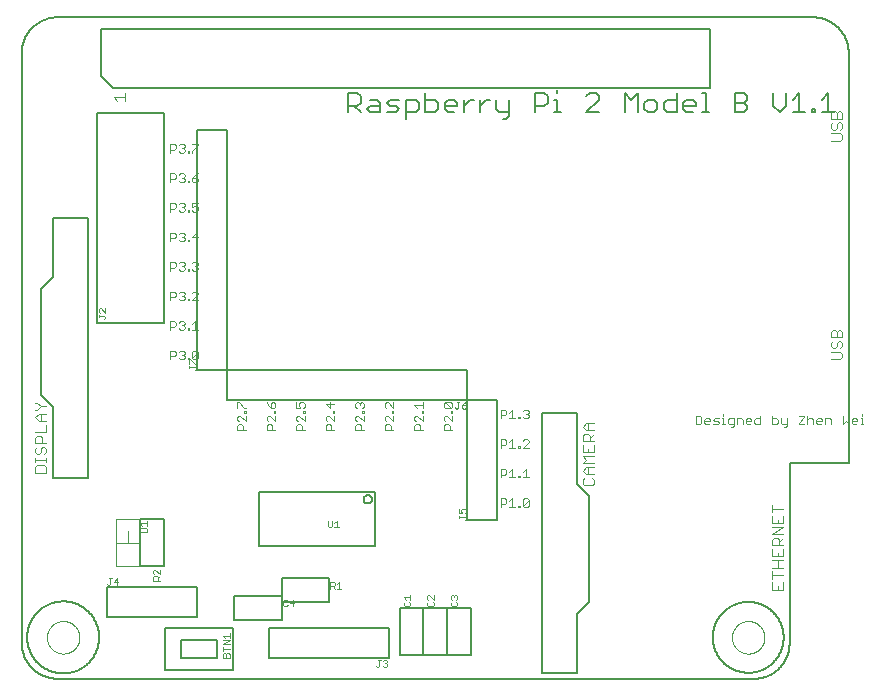
<source format=gto>
G75*
%MOIN*%
%OFA0B0*%
%FSLAX25Y25*%
%IPPOS*%
%LPD*%
%AMOC8*
5,1,8,0,0,1.08239X$1,22.5*
%
%ADD10C,0.00300*%
%ADD11C,0.00500*%
%ADD12C,0.00000*%
%ADD13C,0.00600*%
%ADD14C,0.00200*%
%ADD15C,0.00236*%
D10*
X0009375Y0073654D02*
X0009375Y0075506D01*
X0009992Y0076123D01*
X0012461Y0076123D01*
X0013078Y0075506D01*
X0013078Y0073654D01*
X0009375Y0073654D01*
X0009375Y0077337D02*
X0009375Y0078571D01*
X0009375Y0077954D02*
X0013078Y0077954D01*
X0013078Y0077337D02*
X0013078Y0078571D01*
X0012461Y0079793D02*
X0013078Y0080410D01*
X0013078Y0081644D01*
X0012461Y0082261D01*
X0011844Y0082261D01*
X0011227Y0081644D01*
X0011227Y0080410D01*
X0010610Y0079793D01*
X0009992Y0079793D01*
X0009375Y0080410D01*
X0009375Y0081644D01*
X0009992Y0082261D01*
X0009375Y0083476D02*
X0009375Y0085327D01*
X0009992Y0085944D01*
X0011227Y0085944D01*
X0011844Y0085327D01*
X0011844Y0083476D01*
X0013078Y0083476D02*
X0009375Y0083476D01*
X0009375Y0087159D02*
X0013078Y0087159D01*
X0013078Y0089628D01*
X0013078Y0090842D02*
X0010610Y0090842D01*
X0009375Y0092076D01*
X0010610Y0093311D01*
X0013078Y0093311D01*
X0011227Y0093311D02*
X0011227Y0090842D01*
X0009992Y0094525D02*
X0011227Y0095759D01*
X0013078Y0095759D01*
X0011227Y0095759D02*
X0009992Y0096994D01*
X0009375Y0096994D01*
X0009375Y0094525D02*
X0009992Y0094525D01*
X0054363Y0111449D02*
X0054363Y0114352D01*
X0055814Y0114352D01*
X0056298Y0113868D01*
X0056298Y0112900D01*
X0055814Y0112417D01*
X0054363Y0112417D01*
X0057309Y0111933D02*
X0057793Y0111449D01*
X0058760Y0111449D01*
X0059244Y0111933D01*
X0059244Y0112417D01*
X0058760Y0112900D01*
X0058277Y0112900D01*
X0058760Y0112900D02*
X0059244Y0113384D01*
X0059244Y0113868D01*
X0058760Y0114352D01*
X0057793Y0114352D01*
X0057309Y0113868D01*
X0060256Y0111933D02*
X0060739Y0111933D01*
X0060739Y0111449D01*
X0060256Y0111449D01*
X0060256Y0111933D01*
X0061729Y0111933D02*
X0061729Y0113868D01*
X0062213Y0114352D01*
X0063180Y0114352D01*
X0063664Y0113868D01*
X0061729Y0111933D01*
X0062213Y0111449D01*
X0063180Y0111449D01*
X0063664Y0111933D01*
X0063664Y0113868D01*
X0063664Y0121292D02*
X0061729Y0121292D01*
X0062696Y0121292D02*
X0062696Y0124194D01*
X0061729Y0123227D01*
X0060739Y0121775D02*
X0060256Y0121775D01*
X0060256Y0121292D01*
X0060739Y0121292D01*
X0060739Y0121775D01*
X0059244Y0121775D02*
X0058760Y0121292D01*
X0057793Y0121292D01*
X0057309Y0121775D01*
X0058277Y0122743D02*
X0058760Y0122743D01*
X0059244Y0122259D01*
X0059244Y0121775D01*
X0058760Y0122743D02*
X0059244Y0123227D01*
X0059244Y0123710D01*
X0058760Y0124194D01*
X0057793Y0124194D01*
X0057309Y0123710D01*
X0056298Y0123710D02*
X0056298Y0122743D01*
X0055814Y0122259D01*
X0054363Y0122259D01*
X0054363Y0121292D02*
X0054363Y0124194D01*
X0055814Y0124194D01*
X0056298Y0123710D01*
X0057793Y0131134D02*
X0057309Y0131618D01*
X0057793Y0131134D02*
X0058760Y0131134D01*
X0059244Y0131618D01*
X0059244Y0132102D01*
X0058760Y0132585D01*
X0058277Y0132585D01*
X0058760Y0132585D02*
X0059244Y0133069D01*
X0059244Y0133553D01*
X0058760Y0134037D01*
X0057793Y0134037D01*
X0057309Y0133553D01*
X0056298Y0133553D02*
X0056298Y0132585D01*
X0055814Y0132102D01*
X0054363Y0132102D01*
X0054363Y0131134D02*
X0054363Y0134037D01*
X0055814Y0134037D01*
X0056298Y0133553D01*
X0060256Y0131618D02*
X0060256Y0131134D01*
X0060739Y0131134D01*
X0060739Y0131618D01*
X0060256Y0131618D01*
X0061729Y0131134D02*
X0063664Y0133069D01*
X0063664Y0133553D01*
X0063180Y0134037D01*
X0062213Y0134037D01*
X0061729Y0133553D01*
X0061729Y0131134D02*
X0063664Y0131134D01*
X0063180Y0140977D02*
X0062213Y0140977D01*
X0061729Y0141461D01*
X0060739Y0141461D02*
X0060739Y0140977D01*
X0060256Y0140977D01*
X0060256Y0141461D01*
X0060739Y0141461D01*
X0059244Y0141461D02*
X0058760Y0140977D01*
X0057793Y0140977D01*
X0057309Y0141461D01*
X0058277Y0142428D02*
X0058760Y0142428D01*
X0059244Y0141944D01*
X0059244Y0141461D01*
X0058760Y0142428D02*
X0059244Y0142912D01*
X0059244Y0143395D01*
X0058760Y0143879D01*
X0057793Y0143879D01*
X0057309Y0143395D01*
X0056298Y0143395D02*
X0056298Y0142428D01*
X0055814Y0141944D01*
X0054363Y0141944D01*
X0054363Y0140977D02*
X0054363Y0143879D01*
X0055814Y0143879D01*
X0056298Y0143395D01*
X0061729Y0143395D02*
X0062213Y0143879D01*
X0063180Y0143879D01*
X0063664Y0143395D01*
X0063664Y0142912D01*
X0063180Y0142428D01*
X0063664Y0141944D01*
X0063664Y0141461D01*
X0063180Y0140977D01*
X0063180Y0142428D02*
X0062696Y0142428D01*
X0063180Y0150819D02*
X0063180Y0153722D01*
X0061729Y0152271D01*
X0063664Y0152271D01*
X0060739Y0151303D02*
X0060739Y0150819D01*
X0060256Y0150819D01*
X0060256Y0151303D01*
X0060739Y0151303D01*
X0059244Y0151303D02*
X0058760Y0150819D01*
X0057793Y0150819D01*
X0057309Y0151303D01*
X0058277Y0152271D02*
X0058760Y0152271D01*
X0059244Y0151787D01*
X0059244Y0151303D01*
X0058760Y0152271D02*
X0059244Y0152754D01*
X0059244Y0153238D01*
X0058760Y0153722D01*
X0057793Y0153722D01*
X0057309Y0153238D01*
X0056298Y0153238D02*
X0056298Y0152271D01*
X0055814Y0151787D01*
X0054363Y0151787D01*
X0054363Y0150819D02*
X0054363Y0153722D01*
X0055814Y0153722D01*
X0056298Y0153238D01*
X0057793Y0160662D02*
X0057309Y0161146D01*
X0057793Y0160662D02*
X0058760Y0160662D01*
X0059244Y0161146D01*
X0059244Y0161629D01*
X0058760Y0162113D01*
X0058277Y0162113D01*
X0058760Y0162113D02*
X0059244Y0162597D01*
X0059244Y0163081D01*
X0058760Y0163564D01*
X0057793Y0163564D01*
X0057309Y0163081D01*
X0056298Y0163081D02*
X0056298Y0162113D01*
X0055814Y0161629D01*
X0054363Y0161629D01*
X0054363Y0160662D02*
X0054363Y0163564D01*
X0055814Y0163564D01*
X0056298Y0163081D01*
X0060256Y0161146D02*
X0060256Y0160662D01*
X0060739Y0160662D01*
X0060739Y0161146D01*
X0060256Y0161146D01*
X0061729Y0161146D02*
X0062213Y0160662D01*
X0063180Y0160662D01*
X0063664Y0161146D01*
X0063664Y0162113D01*
X0063180Y0162597D01*
X0062696Y0162597D01*
X0061729Y0162113D01*
X0061729Y0163564D01*
X0063664Y0163564D01*
X0063180Y0170504D02*
X0063664Y0170988D01*
X0063664Y0171472D01*
X0063180Y0171956D01*
X0061729Y0171956D01*
X0061729Y0170988D01*
X0062213Y0170504D01*
X0063180Y0170504D01*
X0061729Y0171956D02*
X0062696Y0172923D01*
X0063664Y0173407D01*
X0060739Y0170988D02*
X0060739Y0170504D01*
X0060256Y0170504D01*
X0060256Y0170988D01*
X0060739Y0170988D01*
X0059244Y0170988D02*
X0058760Y0170504D01*
X0057793Y0170504D01*
X0057309Y0170988D01*
X0058277Y0171956D02*
X0058760Y0171956D01*
X0059244Y0171472D01*
X0059244Y0170988D01*
X0058760Y0171956D02*
X0059244Y0172439D01*
X0059244Y0172923D01*
X0058760Y0173407D01*
X0057793Y0173407D01*
X0057309Y0172923D01*
X0056298Y0172923D02*
X0056298Y0171956D01*
X0055814Y0171472D01*
X0054363Y0171472D01*
X0054363Y0170504D02*
X0054363Y0173407D01*
X0055814Y0173407D01*
X0056298Y0172923D01*
X0057793Y0180347D02*
X0057309Y0180831D01*
X0057793Y0180347D02*
X0058760Y0180347D01*
X0059244Y0180831D01*
X0059244Y0181314D01*
X0058760Y0181798D01*
X0058277Y0181798D01*
X0058760Y0181798D02*
X0059244Y0182282D01*
X0059244Y0182766D01*
X0058760Y0183249D01*
X0057793Y0183249D01*
X0057309Y0182766D01*
X0056298Y0182766D02*
X0056298Y0181798D01*
X0055814Y0181314D01*
X0054363Y0181314D01*
X0054363Y0180347D02*
X0054363Y0183249D01*
X0055814Y0183249D01*
X0056298Y0182766D01*
X0060256Y0180831D02*
X0060739Y0180831D01*
X0060739Y0180347D01*
X0060256Y0180347D01*
X0060256Y0180831D01*
X0061729Y0180831D02*
X0061729Y0180347D01*
X0061729Y0180831D02*
X0063664Y0182766D01*
X0063664Y0183249D01*
X0061729Y0183249D01*
X0039338Y0197670D02*
X0039338Y0200138D01*
X0039338Y0198904D02*
X0035635Y0198904D01*
X0036869Y0197670D01*
X0076751Y0097128D02*
X0077234Y0097128D01*
X0079169Y0095193D01*
X0079653Y0095193D01*
X0079653Y0094204D02*
X0079653Y0093720D01*
X0079169Y0093720D01*
X0079169Y0094204D01*
X0079653Y0094204D01*
X0079653Y0092709D02*
X0079653Y0090774D01*
X0077718Y0092709D01*
X0077234Y0092709D01*
X0076751Y0092225D01*
X0076751Y0091257D01*
X0077234Y0090774D01*
X0077234Y0089762D02*
X0078202Y0089762D01*
X0078686Y0089278D01*
X0078686Y0087827D01*
X0079653Y0087827D02*
X0076751Y0087827D01*
X0076751Y0089278D01*
X0077234Y0089762D01*
X0076751Y0095193D02*
X0076751Y0097128D01*
X0086593Y0097128D02*
X0087077Y0096161D01*
X0088044Y0095193D01*
X0088044Y0096645D01*
X0088528Y0097128D01*
X0089012Y0097128D01*
X0089496Y0096645D01*
X0089496Y0095677D01*
X0089012Y0095193D01*
X0088044Y0095193D01*
X0089012Y0094204D02*
X0089496Y0094204D01*
X0089496Y0093720D01*
X0089012Y0093720D01*
X0089012Y0094204D01*
X0089496Y0092709D02*
X0089496Y0090774D01*
X0087561Y0092709D01*
X0087077Y0092709D01*
X0086593Y0092225D01*
X0086593Y0091257D01*
X0087077Y0090774D01*
X0087077Y0089762D02*
X0088044Y0089762D01*
X0088528Y0089278D01*
X0088528Y0087827D01*
X0089496Y0087827D02*
X0086593Y0087827D01*
X0086593Y0089278D01*
X0087077Y0089762D01*
X0096436Y0089278D02*
X0096436Y0087827D01*
X0099338Y0087827D01*
X0098371Y0087827D02*
X0098371Y0089278D01*
X0097887Y0089762D01*
X0096919Y0089762D01*
X0096436Y0089278D01*
X0096919Y0090774D02*
X0096436Y0091257D01*
X0096436Y0092225D01*
X0096919Y0092709D01*
X0097403Y0092709D01*
X0099338Y0090774D01*
X0099338Y0092709D01*
X0099338Y0093720D02*
X0099338Y0094204D01*
X0098854Y0094204D01*
X0098854Y0093720D01*
X0099338Y0093720D01*
X0098854Y0095193D02*
X0099338Y0095677D01*
X0099338Y0096645D01*
X0098854Y0097128D01*
X0097887Y0097128D01*
X0097403Y0096645D01*
X0097403Y0096161D01*
X0097887Y0095193D01*
X0096436Y0095193D01*
X0096436Y0097128D01*
X0106278Y0096645D02*
X0107729Y0095193D01*
X0107729Y0097128D01*
X0106278Y0096645D02*
X0109181Y0096645D01*
X0109181Y0094204D02*
X0109181Y0093720D01*
X0108697Y0093720D01*
X0108697Y0094204D01*
X0109181Y0094204D01*
X0109181Y0092709D02*
X0109181Y0090774D01*
X0107246Y0092709D01*
X0106762Y0092709D01*
X0106278Y0092225D01*
X0106278Y0091257D01*
X0106762Y0090774D01*
X0106762Y0089762D02*
X0106278Y0089278D01*
X0106278Y0087827D01*
X0109181Y0087827D01*
X0108213Y0087827D02*
X0108213Y0089278D01*
X0107729Y0089762D01*
X0106762Y0089762D01*
X0116121Y0089278D02*
X0116121Y0087827D01*
X0119023Y0087827D01*
X0118056Y0087827D02*
X0118056Y0089278D01*
X0117572Y0089762D01*
X0116605Y0089762D01*
X0116121Y0089278D01*
X0116605Y0090774D02*
X0116121Y0091257D01*
X0116121Y0092225D01*
X0116605Y0092709D01*
X0117088Y0092709D01*
X0119023Y0090774D01*
X0119023Y0092709D01*
X0119023Y0093720D02*
X0119023Y0094204D01*
X0118539Y0094204D01*
X0118539Y0093720D01*
X0119023Y0093720D01*
X0118539Y0095193D02*
X0119023Y0095677D01*
X0119023Y0096645D01*
X0118539Y0097128D01*
X0118056Y0097128D01*
X0117572Y0096645D01*
X0117572Y0096161D01*
X0117572Y0096645D02*
X0117088Y0097128D01*
X0116605Y0097128D01*
X0116121Y0096645D01*
X0116121Y0095677D01*
X0116605Y0095193D01*
X0125963Y0095677D02*
X0126447Y0095193D01*
X0125963Y0095677D02*
X0125963Y0096645D01*
X0126447Y0097128D01*
X0126931Y0097128D01*
X0128866Y0095193D01*
X0128866Y0097128D01*
X0128866Y0094204D02*
X0128866Y0093720D01*
X0128382Y0093720D01*
X0128382Y0094204D01*
X0128866Y0094204D01*
X0128866Y0092709D02*
X0128866Y0090774D01*
X0126931Y0092709D01*
X0126447Y0092709D01*
X0125963Y0092225D01*
X0125963Y0091257D01*
X0126447Y0090774D01*
X0126447Y0089762D02*
X0127415Y0089762D01*
X0127898Y0089278D01*
X0127898Y0087827D01*
X0128866Y0087827D02*
X0125963Y0087827D01*
X0125963Y0089278D01*
X0126447Y0089762D01*
X0135806Y0089278D02*
X0135806Y0087827D01*
X0138708Y0087827D01*
X0137741Y0087827D02*
X0137741Y0089278D01*
X0137257Y0089762D01*
X0136290Y0089762D01*
X0135806Y0089278D01*
X0136290Y0090774D02*
X0135806Y0091257D01*
X0135806Y0092225D01*
X0136290Y0092709D01*
X0136773Y0092709D01*
X0138708Y0090774D01*
X0138708Y0092709D01*
X0138708Y0093720D02*
X0138225Y0093720D01*
X0138225Y0094204D01*
X0138708Y0094204D01*
X0138708Y0093720D01*
X0138708Y0095193D02*
X0138708Y0097128D01*
X0138708Y0096161D02*
X0135806Y0096161D01*
X0136773Y0095193D01*
X0145648Y0095677D02*
X0146132Y0095193D01*
X0148067Y0095193D01*
X0146132Y0097128D01*
X0148067Y0097128D01*
X0148551Y0096645D01*
X0148551Y0095677D01*
X0148067Y0095193D01*
X0148067Y0094204D02*
X0148551Y0094204D01*
X0148551Y0093720D01*
X0148067Y0093720D01*
X0148067Y0094204D01*
X0148551Y0092709D02*
X0148551Y0090774D01*
X0146616Y0092709D01*
X0146132Y0092709D01*
X0145648Y0092225D01*
X0145648Y0091257D01*
X0146132Y0090774D01*
X0146132Y0089762D02*
X0147100Y0089762D01*
X0147583Y0089278D01*
X0147583Y0087827D01*
X0148551Y0087827D02*
X0145648Y0087827D01*
X0145648Y0089278D01*
X0146132Y0089762D01*
X0145648Y0095677D02*
X0145648Y0096645D01*
X0146132Y0097128D01*
X0164599Y0094667D02*
X0164599Y0091764D01*
X0164599Y0092732D02*
X0166050Y0092732D01*
X0166534Y0093215D01*
X0166534Y0094183D01*
X0166050Y0094667D01*
X0164599Y0094667D01*
X0167545Y0093699D02*
X0168513Y0094667D01*
X0168513Y0091764D01*
X0169480Y0091764D02*
X0167545Y0091764D01*
X0170492Y0091764D02*
X0170976Y0091764D01*
X0170976Y0092248D01*
X0170492Y0092248D01*
X0170492Y0091764D01*
X0171965Y0092248D02*
X0172449Y0091764D01*
X0173416Y0091764D01*
X0173900Y0092248D01*
X0173900Y0092732D01*
X0173416Y0093215D01*
X0172933Y0093215D01*
X0173416Y0093215D02*
X0173900Y0093699D01*
X0173900Y0094183D01*
X0173416Y0094667D01*
X0172449Y0094667D01*
X0171965Y0094183D01*
X0172449Y0084824D02*
X0171965Y0084340D01*
X0172449Y0084824D02*
X0173416Y0084824D01*
X0173900Y0084340D01*
X0173900Y0083857D01*
X0171965Y0081922D01*
X0173900Y0081922D01*
X0170976Y0081922D02*
X0170492Y0081922D01*
X0170492Y0082405D01*
X0170976Y0082405D01*
X0170976Y0081922D01*
X0169480Y0081922D02*
X0167545Y0081922D01*
X0168513Y0081922D02*
X0168513Y0084824D01*
X0167545Y0083857D01*
X0166534Y0084340D02*
X0166534Y0083373D01*
X0166050Y0082889D01*
X0164599Y0082889D01*
X0164599Y0081922D02*
X0164599Y0084824D01*
X0166050Y0084824D01*
X0166534Y0084340D01*
X0166050Y0074982D02*
X0166534Y0074498D01*
X0166534Y0073530D01*
X0166050Y0073047D01*
X0164599Y0073047D01*
X0164599Y0072079D02*
X0164599Y0074982D01*
X0166050Y0074982D01*
X0167545Y0074014D02*
X0168513Y0074982D01*
X0168513Y0072079D01*
X0169480Y0072079D02*
X0167545Y0072079D01*
X0170492Y0072079D02*
X0170492Y0072563D01*
X0170976Y0072563D01*
X0170976Y0072079D01*
X0170492Y0072079D01*
X0171965Y0072079D02*
X0173900Y0072079D01*
X0172933Y0072079D02*
X0172933Y0074982D01*
X0171965Y0074014D01*
X0172449Y0065139D02*
X0173416Y0065139D01*
X0173900Y0064655D01*
X0171965Y0062720D01*
X0172449Y0062237D01*
X0173416Y0062237D01*
X0173900Y0062720D01*
X0173900Y0064655D01*
X0172449Y0065139D02*
X0171965Y0064655D01*
X0171965Y0062720D01*
X0170976Y0062720D02*
X0170976Y0062237D01*
X0170492Y0062237D01*
X0170492Y0062720D01*
X0170976Y0062720D01*
X0169480Y0062237D02*
X0167545Y0062237D01*
X0168513Y0062237D02*
X0168513Y0065139D01*
X0167545Y0064172D01*
X0166534Y0064655D02*
X0166534Y0063688D01*
X0166050Y0063204D01*
X0164599Y0063204D01*
X0164599Y0062237D02*
X0164599Y0065139D01*
X0166050Y0065139D01*
X0166534Y0064655D01*
X0191895Y0070019D02*
X0192512Y0069402D01*
X0194981Y0069402D01*
X0195598Y0070019D01*
X0195598Y0071254D01*
X0194981Y0071871D01*
X0195598Y0073085D02*
X0193129Y0073085D01*
X0191895Y0074320D01*
X0193129Y0075554D01*
X0195598Y0075554D01*
X0195598Y0076768D02*
X0191895Y0076768D01*
X0193129Y0078003D01*
X0191895Y0079237D01*
X0195598Y0079237D01*
X0195598Y0080451D02*
X0191895Y0080451D01*
X0191895Y0082920D01*
X0191895Y0084135D02*
X0191895Y0085986D01*
X0192512Y0086603D01*
X0193746Y0086603D01*
X0194364Y0085986D01*
X0194364Y0084135D01*
X0194364Y0085369D02*
X0195598Y0086603D01*
X0195598Y0087818D02*
X0193129Y0087818D01*
X0191895Y0089052D01*
X0193129Y0090286D01*
X0195598Y0090286D01*
X0193746Y0090286D02*
X0193746Y0087818D01*
X0191895Y0084135D02*
X0195598Y0084135D01*
X0195598Y0082920D02*
X0195598Y0080451D01*
X0193746Y0080451D02*
X0193746Y0081686D01*
X0193746Y0075554D02*
X0193746Y0073085D01*
X0192512Y0071871D02*
X0191895Y0071254D01*
X0191895Y0070019D01*
X0229559Y0089796D02*
X0231011Y0089796D01*
X0231494Y0090279D01*
X0231494Y0092214D01*
X0231011Y0092698D01*
X0229559Y0092698D01*
X0229559Y0089796D01*
X0232506Y0090279D02*
X0232506Y0091247D01*
X0232990Y0091731D01*
X0233957Y0091731D01*
X0234441Y0091247D01*
X0234441Y0090763D01*
X0232506Y0090763D01*
X0232506Y0090279D02*
X0232990Y0089796D01*
X0233957Y0089796D01*
X0235452Y0089796D02*
X0236904Y0089796D01*
X0237387Y0090279D01*
X0236904Y0090763D01*
X0235936Y0090763D01*
X0235452Y0091247D01*
X0235936Y0091731D01*
X0237387Y0091731D01*
X0238399Y0091731D02*
X0238883Y0091731D01*
X0238883Y0089796D01*
X0239366Y0089796D02*
X0238399Y0089796D01*
X0240363Y0090279D02*
X0240363Y0091247D01*
X0240847Y0091731D01*
X0242298Y0091731D01*
X0242298Y0089312D01*
X0241815Y0088828D01*
X0241331Y0088828D01*
X0240847Y0089796D02*
X0242298Y0089796D01*
X0243310Y0089796D02*
X0243310Y0091731D01*
X0244761Y0091731D01*
X0245245Y0091247D01*
X0245245Y0089796D01*
X0246256Y0090279D02*
X0246256Y0091247D01*
X0246740Y0091731D01*
X0247708Y0091731D01*
X0248191Y0091247D01*
X0248191Y0090763D01*
X0246256Y0090763D01*
X0246256Y0090279D02*
X0246740Y0089796D01*
X0247708Y0089796D01*
X0249203Y0090279D02*
X0249203Y0091247D01*
X0249687Y0091731D01*
X0251138Y0091731D01*
X0251138Y0092698D02*
X0251138Y0089796D01*
X0249687Y0089796D01*
X0249203Y0090279D01*
X0255096Y0089796D02*
X0256547Y0089796D01*
X0257031Y0090279D01*
X0257031Y0091247D01*
X0256547Y0091731D01*
X0255096Y0091731D01*
X0255096Y0092698D02*
X0255096Y0089796D01*
X0258042Y0090279D02*
X0258042Y0091731D01*
X0258042Y0090279D02*
X0258526Y0089796D01*
X0259977Y0089796D01*
X0259977Y0089312D02*
X0259494Y0088828D01*
X0259010Y0088828D01*
X0259977Y0089312D02*
X0259977Y0091731D01*
X0263935Y0092698D02*
X0265870Y0092698D01*
X0265870Y0092214D01*
X0263935Y0090279D01*
X0263935Y0089796D01*
X0265870Y0089796D01*
X0266882Y0089796D02*
X0266882Y0092698D01*
X0267366Y0091731D02*
X0268333Y0091731D01*
X0268817Y0091247D01*
X0268817Y0089796D01*
X0269829Y0090279D02*
X0269829Y0091247D01*
X0270312Y0091731D01*
X0271280Y0091731D01*
X0271764Y0091247D01*
X0271764Y0090763D01*
X0269829Y0090763D01*
X0269829Y0090279D02*
X0270312Y0089796D01*
X0271280Y0089796D01*
X0272775Y0089796D02*
X0272775Y0091731D01*
X0274226Y0091731D01*
X0274710Y0091247D01*
X0274710Y0089796D01*
X0278668Y0089796D02*
X0279636Y0090763D01*
X0280603Y0089796D01*
X0280603Y0092698D01*
X0281615Y0091247D02*
X0282098Y0091731D01*
X0283066Y0091731D01*
X0283550Y0091247D01*
X0283550Y0090763D01*
X0281615Y0090763D01*
X0281615Y0090279D02*
X0281615Y0091247D01*
X0281615Y0090279D02*
X0282098Y0089796D01*
X0283066Y0089796D01*
X0284561Y0089796D02*
X0285529Y0089796D01*
X0285045Y0089796D02*
X0285045Y0091731D01*
X0284561Y0091731D01*
X0285045Y0092698D02*
X0285045Y0093182D01*
X0278668Y0092698D02*
X0278668Y0089796D01*
X0267366Y0091731D02*
X0266882Y0091247D01*
X0274769Y0111449D02*
X0277855Y0111449D01*
X0278472Y0112066D01*
X0278472Y0113301D01*
X0277855Y0113918D01*
X0274769Y0113918D01*
X0275386Y0115132D02*
X0276003Y0115132D01*
X0276620Y0115750D01*
X0276620Y0116984D01*
X0277238Y0117601D01*
X0277855Y0117601D01*
X0278472Y0116984D01*
X0278472Y0115750D01*
X0277855Y0115132D01*
X0275386Y0115132D02*
X0274769Y0115750D01*
X0274769Y0116984D01*
X0275386Y0117601D01*
X0274769Y0118816D02*
X0274769Y0120667D01*
X0275386Y0121284D01*
X0276003Y0121284D01*
X0276620Y0120667D01*
X0276620Y0118816D01*
X0276620Y0120667D02*
X0277238Y0121284D01*
X0277855Y0121284D01*
X0278472Y0120667D01*
X0278472Y0118816D01*
X0274769Y0118816D01*
X0238883Y0093182D02*
X0238883Y0092698D01*
X0240363Y0090279D02*
X0240847Y0089796D01*
X0255084Y0062928D02*
X0255084Y0060460D01*
X0255084Y0059245D02*
X0255084Y0056776D01*
X0258787Y0056776D01*
X0258787Y0059245D01*
X0256935Y0058011D02*
X0256935Y0056776D01*
X0255084Y0055562D02*
X0258787Y0055562D01*
X0255084Y0053093D01*
X0258787Y0053093D01*
X0258787Y0051879D02*
X0257553Y0050645D01*
X0257553Y0051262D02*
X0257553Y0049410D01*
X0258787Y0049410D02*
X0255084Y0049410D01*
X0255084Y0051262D01*
X0255701Y0051879D01*
X0256935Y0051879D01*
X0257553Y0051262D01*
X0258787Y0048196D02*
X0258787Y0045727D01*
X0255084Y0045727D01*
X0255084Y0048196D01*
X0256935Y0046961D02*
X0256935Y0045727D01*
X0256935Y0044513D02*
X0256935Y0042044D01*
X0255084Y0042044D02*
X0258787Y0042044D01*
X0258787Y0039595D02*
X0255084Y0039595D01*
X0255084Y0038361D02*
X0255084Y0040829D01*
X0255084Y0044513D02*
X0258787Y0044513D01*
X0258787Y0037146D02*
X0258787Y0034678D01*
X0255084Y0034678D01*
X0255084Y0037146D01*
X0256935Y0035912D02*
X0256935Y0034678D01*
X0258787Y0061694D02*
X0255084Y0061694D01*
X0274769Y0184284D02*
X0277855Y0184284D01*
X0278472Y0184901D01*
X0278472Y0186135D01*
X0277855Y0186753D01*
X0274769Y0186753D01*
X0275386Y0187967D02*
X0276003Y0187967D01*
X0276620Y0188584D01*
X0276620Y0189819D01*
X0277238Y0190436D01*
X0277855Y0190436D01*
X0278472Y0189819D01*
X0278472Y0188584D01*
X0277855Y0187967D01*
X0275386Y0187967D02*
X0274769Y0188584D01*
X0274769Y0189819D01*
X0275386Y0190436D01*
X0274769Y0191650D02*
X0274769Y0193502D01*
X0275386Y0194119D01*
X0276003Y0194119D01*
X0276620Y0193502D01*
X0276620Y0191650D01*
X0274769Y0191650D02*
X0278472Y0191650D01*
X0278472Y0193502D01*
X0277855Y0194119D01*
X0277238Y0194119D01*
X0276620Y0193502D01*
D11*
X0249094Y0005000D02*
X0016811Y0005000D01*
X0016526Y0005003D01*
X0016240Y0005014D01*
X0015955Y0005031D01*
X0015671Y0005055D01*
X0015387Y0005086D01*
X0015104Y0005124D01*
X0014823Y0005169D01*
X0014542Y0005220D01*
X0014262Y0005278D01*
X0013984Y0005343D01*
X0013708Y0005415D01*
X0013434Y0005493D01*
X0013161Y0005578D01*
X0012891Y0005670D01*
X0012623Y0005768D01*
X0012357Y0005872D01*
X0012094Y0005983D01*
X0011834Y0006100D01*
X0011576Y0006223D01*
X0011322Y0006353D01*
X0011071Y0006489D01*
X0010823Y0006630D01*
X0010579Y0006778D01*
X0010338Y0006931D01*
X0010102Y0007091D01*
X0009869Y0007256D01*
X0009640Y0007426D01*
X0009415Y0007602D01*
X0009195Y0007784D01*
X0008979Y0007970D01*
X0008768Y0008162D01*
X0008561Y0008359D01*
X0008359Y0008561D01*
X0008162Y0008768D01*
X0007970Y0008979D01*
X0007784Y0009195D01*
X0007602Y0009415D01*
X0007426Y0009640D01*
X0007256Y0009869D01*
X0007091Y0010102D01*
X0006931Y0010338D01*
X0006778Y0010579D01*
X0006630Y0010823D01*
X0006489Y0011071D01*
X0006353Y0011322D01*
X0006223Y0011576D01*
X0006100Y0011834D01*
X0005983Y0012094D01*
X0005872Y0012357D01*
X0005768Y0012623D01*
X0005670Y0012891D01*
X0005578Y0013161D01*
X0005493Y0013434D01*
X0005415Y0013708D01*
X0005343Y0013984D01*
X0005278Y0014262D01*
X0005220Y0014542D01*
X0005169Y0014823D01*
X0005124Y0015104D01*
X0005086Y0015387D01*
X0005055Y0015671D01*
X0005031Y0015955D01*
X0005014Y0016240D01*
X0005003Y0016526D01*
X0005000Y0016811D01*
X0005000Y0213661D01*
X0005003Y0213946D01*
X0005014Y0214232D01*
X0005031Y0214517D01*
X0005055Y0214801D01*
X0005086Y0215085D01*
X0005124Y0215368D01*
X0005169Y0215649D01*
X0005220Y0215930D01*
X0005278Y0216210D01*
X0005343Y0216488D01*
X0005415Y0216764D01*
X0005493Y0217038D01*
X0005578Y0217311D01*
X0005670Y0217581D01*
X0005768Y0217849D01*
X0005872Y0218115D01*
X0005983Y0218378D01*
X0006100Y0218638D01*
X0006223Y0218896D01*
X0006353Y0219150D01*
X0006489Y0219401D01*
X0006630Y0219649D01*
X0006778Y0219893D01*
X0006931Y0220134D01*
X0007091Y0220370D01*
X0007256Y0220603D01*
X0007426Y0220832D01*
X0007602Y0221057D01*
X0007784Y0221277D01*
X0007970Y0221493D01*
X0008162Y0221704D01*
X0008359Y0221911D01*
X0008561Y0222113D01*
X0008768Y0222310D01*
X0008979Y0222502D01*
X0009195Y0222688D01*
X0009415Y0222870D01*
X0009640Y0223046D01*
X0009869Y0223216D01*
X0010102Y0223381D01*
X0010338Y0223541D01*
X0010579Y0223694D01*
X0010823Y0223842D01*
X0011071Y0223983D01*
X0011322Y0224119D01*
X0011576Y0224249D01*
X0011834Y0224372D01*
X0012094Y0224489D01*
X0012357Y0224600D01*
X0012623Y0224704D01*
X0012891Y0224802D01*
X0013161Y0224894D01*
X0013434Y0224979D01*
X0013708Y0225057D01*
X0013984Y0225129D01*
X0014262Y0225194D01*
X0014542Y0225252D01*
X0014823Y0225303D01*
X0015104Y0225348D01*
X0015387Y0225386D01*
X0015671Y0225417D01*
X0015955Y0225441D01*
X0016240Y0225458D01*
X0016526Y0225469D01*
X0016811Y0225472D01*
X0268780Y0225472D01*
X0269065Y0225469D01*
X0269351Y0225458D01*
X0269636Y0225441D01*
X0269920Y0225417D01*
X0270204Y0225386D01*
X0270487Y0225348D01*
X0270768Y0225303D01*
X0271049Y0225252D01*
X0271329Y0225194D01*
X0271607Y0225129D01*
X0271883Y0225057D01*
X0272157Y0224979D01*
X0272430Y0224894D01*
X0272700Y0224802D01*
X0272968Y0224704D01*
X0273234Y0224600D01*
X0273497Y0224489D01*
X0273757Y0224372D01*
X0274015Y0224249D01*
X0274269Y0224119D01*
X0274520Y0223983D01*
X0274768Y0223842D01*
X0275012Y0223694D01*
X0275253Y0223541D01*
X0275489Y0223381D01*
X0275722Y0223216D01*
X0275951Y0223046D01*
X0276176Y0222870D01*
X0276396Y0222688D01*
X0276612Y0222502D01*
X0276823Y0222310D01*
X0277030Y0222113D01*
X0277232Y0221911D01*
X0277429Y0221704D01*
X0277621Y0221493D01*
X0277807Y0221277D01*
X0277989Y0221057D01*
X0278165Y0220832D01*
X0278335Y0220603D01*
X0278500Y0220370D01*
X0278660Y0220134D01*
X0278813Y0219893D01*
X0278961Y0219649D01*
X0279102Y0219401D01*
X0279238Y0219150D01*
X0279368Y0218896D01*
X0279491Y0218638D01*
X0279608Y0218378D01*
X0279719Y0218115D01*
X0279823Y0217849D01*
X0279921Y0217581D01*
X0280013Y0217311D01*
X0280098Y0217038D01*
X0280176Y0216764D01*
X0280248Y0216488D01*
X0280313Y0216210D01*
X0280371Y0215930D01*
X0280422Y0215649D01*
X0280467Y0215368D01*
X0280505Y0215085D01*
X0280536Y0214801D01*
X0280560Y0214517D01*
X0280577Y0214232D01*
X0280588Y0213946D01*
X0280591Y0213661D01*
X0280591Y0077047D01*
X0260906Y0077047D01*
X0260906Y0016811D01*
X0260905Y0016811D02*
X0260902Y0016526D01*
X0260891Y0016240D01*
X0260874Y0015955D01*
X0260850Y0015671D01*
X0260819Y0015387D01*
X0260781Y0015104D01*
X0260736Y0014823D01*
X0260685Y0014542D01*
X0260627Y0014262D01*
X0260562Y0013984D01*
X0260490Y0013708D01*
X0260412Y0013434D01*
X0260327Y0013161D01*
X0260235Y0012891D01*
X0260137Y0012623D01*
X0260033Y0012357D01*
X0259922Y0012094D01*
X0259805Y0011834D01*
X0259682Y0011576D01*
X0259552Y0011322D01*
X0259416Y0011071D01*
X0259275Y0010823D01*
X0259127Y0010579D01*
X0258974Y0010338D01*
X0258814Y0010102D01*
X0258649Y0009869D01*
X0258479Y0009640D01*
X0258303Y0009415D01*
X0258121Y0009195D01*
X0257935Y0008979D01*
X0257743Y0008768D01*
X0257546Y0008561D01*
X0257344Y0008359D01*
X0257137Y0008162D01*
X0256926Y0007970D01*
X0256710Y0007784D01*
X0256490Y0007602D01*
X0256265Y0007426D01*
X0256036Y0007256D01*
X0255803Y0007091D01*
X0255567Y0006931D01*
X0255326Y0006778D01*
X0255082Y0006630D01*
X0254834Y0006489D01*
X0254583Y0006353D01*
X0254329Y0006223D01*
X0254071Y0006100D01*
X0253811Y0005983D01*
X0253548Y0005872D01*
X0253282Y0005768D01*
X0253014Y0005670D01*
X0252744Y0005578D01*
X0252471Y0005493D01*
X0252197Y0005415D01*
X0251921Y0005343D01*
X0251643Y0005278D01*
X0251363Y0005220D01*
X0251082Y0005169D01*
X0250801Y0005124D01*
X0250518Y0005086D01*
X0250234Y0005055D01*
X0249950Y0005031D01*
X0249665Y0005014D01*
X0249379Y0005003D01*
X0249094Y0005000D01*
X0235315Y0018780D02*
X0235319Y0019070D01*
X0235329Y0019360D01*
X0235347Y0019649D01*
X0235372Y0019938D01*
X0235404Y0020226D01*
X0235443Y0020513D01*
X0235489Y0020799D01*
X0235542Y0021084D01*
X0235602Y0021368D01*
X0235669Y0021650D01*
X0235743Y0021930D01*
X0235824Y0022209D01*
X0235911Y0022485D01*
X0236005Y0022759D01*
X0236106Y0023031D01*
X0236214Y0023300D01*
X0236328Y0023566D01*
X0236449Y0023830D01*
X0236576Y0024090D01*
X0236710Y0024348D01*
X0236849Y0024602D01*
X0236995Y0024852D01*
X0237147Y0025099D01*
X0237306Y0025342D01*
X0237470Y0025581D01*
X0237639Y0025816D01*
X0237815Y0026047D01*
X0237996Y0026273D01*
X0238183Y0026495D01*
X0238375Y0026712D01*
X0238572Y0026924D01*
X0238774Y0027132D01*
X0238982Y0027334D01*
X0239194Y0027531D01*
X0239411Y0027723D01*
X0239633Y0027910D01*
X0239859Y0028091D01*
X0240090Y0028267D01*
X0240325Y0028436D01*
X0240564Y0028600D01*
X0240807Y0028759D01*
X0241054Y0028911D01*
X0241304Y0029057D01*
X0241558Y0029196D01*
X0241816Y0029330D01*
X0242076Y0029457D01*
X0242340Y0029578D01*
X0242606Y0029692D01*
X0242875Y0029800D01*
X0243147Y0029901D01*
X0243421Y0029995D01*
X0243697Y0030082D01*
X0243976Y0030163D01*
X0244256Y0030237D01*
X0244538Y0030304D01*
X0244822Y0030364D01*
X0245107Y0030417D01*
X0245393Y0030463D01*
X0245680Y0030502D01*
X0245968Y0030534D01*
X0246257Y0030559D01*
X0246546Y0030577D01*
X0246836Y0030587D01*
X0247126Y0030591D01*
X0247416Y0030587D01*
X0247706Y0030577D01*
X0247995Y0030559D01*
X0248284Y0030534D01*
X0248572Y0030502D01*
X0248859Y0030463D01*
X0249145Y0030417D01*
X0249430Y0030364D01*
X0249714Y0030304D01*
X0249996Y0030237D01*
X0250276Y0030163D01*
X0250555Y0030082D01*
X0250831Y0029995D01*
X0251105Y0029901D01*
X0251377Y0029800D01*
X0251646Y0029692D01*
X0251912Y0029578D01*
X0252176Y0029457D01*
X0252436Y0029330D01*
X0252694Y0029196D01*
X0252948Y0029057D01*
X0253198Y0028911D01*
X0253445Y0028759D01*
X0253688Y0028600D01*
X0253927Y0028436D01*
X0254162Y0028267D01*
X0254393Y0028091D01*
X0254619Y0027910D01*
X0254841Y0027723D01*
X0255058Y0027531D01*
X0255270Y0027334D01*
X0255478Y0027132D01*
X0255680Y0026924D01*
X0255877Y0026712D01*
X0256069Y0026495D01*
X0256256Y0026273D01*
X0256437Y0026047D01*
X0256613Y0025816D01*
X0256782Y0025581D01*
X0256946Y0025342D01*
X0257105Y0025099D01*
X0257257Y0024852D01*
X0257403Y0024602D01*
X0257542Y0024348D01*
X0257676Y0024090D01*
X0257803Y0023830D01*
X0257924Y0023566D01*
X0258038Y0023300D01*
X0258146Y0023031D01*
X0258247Y0022759D01*
X0258341Y0022485D01*
X0258428Y0022209D01*
X0258509Y0021930D01*
X0258583Y0021650D01*
X0258650Y0021368D01*
X0258710Y0021084D01*
X0258763Y0020799D01*
X0258809Y0020513D01*
X0258848Y0020226D01*
X0258880Y0019938D01*
X0258905Y0019649D01*
X0258923Y0019360D01*
X0258933Y0019070D01*
X0258937Y0018780D01*
X0258933Y0018490D01*
X0258923Y0018200D01*
X0258905Y0017911D01*
X0258880Y0017622D01*
X0258848Y0017334D01*
X0258809Y0017047D01*
X0258763Y0016761D01*
X0258710Y0016476D01*
X0258650Y0016192D01*
X0258583Y0015910D01*
X0258509Y0015630D01*
X0258428Y0015351D01*
X0258341Y0015075D01*
X0258247Y0014801D01*
X0258146Y0014529D01*
X0258038Y0014260D01*
X0257924Y0013994D01*
X0257803Y0013730D01*
X0257676Y0013470D01*
X0257542Y0013212D01*
X0257403Y0012958D01*
X0257257Y0012708D01*
X0257105Y0012461D01*
X0256946Y0012218D01*
X0256782Y0011979D01*
X0256613Y0011744D01*
X0256437Y0011513D01*
X0256256Y0011287D01*
X0256069Y0011065D01*
X0255877Y0010848D01*
X0255680Y0010636D01*
X0255478Y0010428D01*
X0255270Y0010226D01*
X0255058Y0010029D01*
X0254841Y0009837D01*
X0254619Y0009650D01*
X0254393Y0009469D01*
X0254162Y0009293D01*
X0253927Y0009124D01*
X0253688Y0008960D01*
X0253445Y0008801D01*
X0253198Y0008649D01*
X0252948Y0008503D01*
X0252694Y0008364D01*
X0252436Y0008230D01*
X0252176Y0008103D01*
X0251912Y0007982D01*
X0251646Y0007868D01*
X0251377Y0007760D01*
X0251105Y0007659D01*
X0250831Y0007565D01*
X0250555Y0007478D01*
X0250276Y0007397D01*
X0249996Y0007323D01*
X0249714Y0007256D01*
X0249430Y0007196D01*
X0249145Y0007143D01*
X0248859Y0007097D01*
X0248572Y0007058D01*
X0248284Y0007026D01*
X0247995Y0007001D01*
X0247706Y0006983D01*
X0247416Y0006973D01*
X0247126Y0006969D01*
X0246836Y0006973D01*
X0246546Y0006983D01*
X0246257Y0007001D01*
X0245968Y0007026D01*
X0245680Y0007058D01*
X0245393Y0007097D01*
X0245107Y0007143D01*
X0244822Y0007196D01*
X0244538Y0007256D01*
X0244256Y0007323D01*
X0243976Y0007397D01*
X0243697Y0007478D01*
X0243421Y0007565D01*
X0243147Y0007659D01*
X0242875Y0007760D01*
X0242606Y0007868D01*
X0242340Y0007982D01*
X0242076Y0008103D01*
X0241816Y0008230D01*
X0241558Y0008364D01*
X0241304Y0008503D01*
X0241054Y0008649D01*
X0240807Y0008801D01*
X0240564Y0008960D01*
X0240325Y0009124D01*
X0240090Y0009293D01*
X0239859Y0009469D01*
X0239633Y0009650D01*
X0239411Y0009837D01*
X0239194Y0010029D01*
X0238982Y0010226D01*
X0238774Y0010428D01*
X0238572Y0010636D01*
X0238375Y0010848D01*
X0238183Y0011065D01*
X0237996Y0011287D01*
X0237815Y0011513D01*
X0237639Y0011744D01*
X0237470Y0011979D01*
X0237306Y0012218D01*
X0237147Y0012461D01*
X0236995Y0012708D01*
X0236849Y0012958D01*
X0236710Y0013212D01*
X0236576Y0013470D01*
X0236449Y0013730D01*
X0236328Y0013994D01*
X0236214Y0014260D01*
X0236106Y0014529D01*
X0236005Y0014801D01*
X0235911Y0015075D01*
X0235824Y0015351D01*
X0235743Y0015630D01*
X0235669Y0015910D01*
X0235602Y0016192D01*
X0235542Y0016476D01*
X0235489Y0016761D01*
X0235443Y0017047D01*
X0235404Y0017334D01*
X0235372Y0017622D01*
X0235347Y0017911D01*
X0235329Y0018200D01*
X0235319Y0018490D01*
X0235315Y0018780D01*
X0193976Y0030591D02*
X0190039Y0026654D01*
X0190039Y0006969D01*
X0178228Y0006969D01*
X0178228Y0093583D01*
X0190039Y0093583D01*
X0190039Y0069961D01*
X0193976Y0066024D01*
X0193976Y0030591D01*
X0163543Y0057835D02*
X0163543Y0097835D01*
X0153543Y0097835D01*
X0153543Y0107835D01*
X0073543Y0107835D01*
X0063543Y0107835D01*
X0063543Y0187835D01*
X0073543Y0187835D01*
X0073543Y0107835D01*
X0073543Y0097835D01*
X0153543Y0097835D01*
X0153543Y0057835D01*
X0163543Y0057835D01*
X0154606Y0028622D02*
X0146732Y0028622D01*
X0146732Y0012874D01*
X0154606Y0012874D01*
X0154606Y0028622D01*
X0146732Y0028622D02*
X0138858Y0028622D01*
X0138858Y0012874D01*
X0146732Y0012874D01*
X0146732Y0028622D01*
X0138858Y0028622D02*
X0130984Y0028622D01*
X0130984Y0012874D01*
X0138858Y0012874D01*
X0138858Y0028622D01*
X0127362Y0021811D02*
X0087362Y0021811D01*
X0087362Y0011811D01*
X0127362Y0011811D01*
X0127362Y0021811D01*
X0107362Y0030591D02*
X0107362Y0038465D01*
X0091614Y0038465D01*
X0091614Y0030591D01*
X0107362Y0030591D01*
X0091614Y0032559D02*
X0091614Y0024685D01*
X0075866Y0024685D01*
X0075866Y0032559D01*
X0091614Y0032559D01*
X0075472Y0021732D02*
X0075472Y0007953D01*
X0052638Y0007953D01*
X0052638Y0021732D01*
X0075472Y0021732D01*
X0069961Y0017795D02*
X0069961Y0011890D01*
X0058150Y0011890D01*
X0058150Y0017795D01*
X0069961Y0017795D01*
X0063307Y0025591D02*
X0033307Y0025591D01*
X0033307Y0035591D01*
X0063307Y0035591D01*
X0063307Y0025591D01*
X0052244Y0042402D02*
X0044370Y0042402D01*
X0044370Y0058150D01*
X0052244Y0058150D01*
X0052244Y0042402D01*
X0084134Y0049094D02*
X0084134Y0067205D01*
X0122717Y0067205D01*
X0122717Y0049094D01*
X0084134Y0049094D01*
X0118934Y0064843D02*
X0118936Y0064918D01*
X0118942Y0064993D01*
X0118952Y0065067D01*
X0118966Y0065141D01*
X0118983Y0065214D01*
X0119005Y0065285D01*
X0119030Y0065356D01*
X0119059Y0065425D01*
X0119091Y0065493D01*
X0119127Y0065558D01*
X0119167Y0065622D01*
X0119210Y0065684D01*
X0119256Y0065743D01*
X0119305Y0065800D01*
X0119357Y0065854D01*
X0119411Y0065905D01*
X0119469Y0065953D01*
X0119528Y0065998D01*
X0119591Y0066040D01*
X0119655Y0066079D01*
X0119721Y0066114D01*
X0119789Y0066146D01*
X0119859Y0066174D01*
X0119929Y0066198D01*
X0120002Y0066219D01*
X0120075Y0066235D01*
X0120149Y0066248D01*
X0120223Y0066257D01*
X0120298Y0066262D01*
X0120373Y0066263D01*
X0120448Y0066260D01*
X0120522Y0066253D01*
X0120596Y0066242D01*
X0120670Y0066227D01*
X0120743Y0066209D01*
X0120814Y0066186D01*
X0120884Y0066160D01*
X0120953Y0066130D01*
X0121020Y0066097D01*
X0121086Y0066060D01*
X0121149Y0066020D01*
X0121210Y0065976D01*
X0121268Y0065929D01*
X0121324Y0065880D01*
X0121378Y0065827D01*
X0121428Y0065772D01*
X0121476Y0065714D01*
X0121520Y0065653D01*
X0121561Y0065591D01*
X0121599Y0065526D01*
X0121633Y0065459D01*
X0121664Y0065391D01*
X0121691Y0065321D01*
X0121715Y0065250D01*
X0121734Y0065177D01*
X0121750Y0065104D01*
X0121762Y0065030D01*
X0121770Y0064955D01*
X0121774Y0064880D01*
X0121774Y0064806D01*
X0121770Y0064731D01*
X0121762Y0064656D01*
X0121750Y0064582D01*
X0121734Y0064509D01*
X0121715Y0064436D01*
X0121691Y0064365D01*
X0121664Y0064295D01*
X0121633Y0064227D01*
X0121599Y0064160D01*
X0121561Y0064095D01*
X0121520Y0064033D01*
X0121476Y0063972D01*
X0121428Y0063914D01*
X0121378Y0063859D01*
X0121324Y0063806D01*
X0121268Y0063757D01*
X0121210Y0063710D01*
X0121149Y0063666D01*
X0121086Y0063626D01*
X0121020Y0063589D01*
X0120953Y0063556D01*
X0120884Y0063526D01*
X0120814Y0063500D01*
X0120743Y0063477D01*
X0120670Y0063459D01*
X0120596Y0063444D01*
X0120522Y0063433D01*
X0120448Y0063426D01*
X0120373Y0063423D01*
X0120298Y0063424D01*
X0120223Y0063429D01*
X0120149Y0063438D01*
X0120075Y0063451D01*
X0120002Y0063467D01*
X0119929Y0063488D01*
X0119859Y0063512D01*
X0119789Y0063540D01*
X0119721Y0063572D01*
X0119655Y0063607D01*
X0119591Y0063646D01*
X0119528Y0063688D01*
X0119469Y0063733D01*
X0119411Y0063781D01*
X0119357Y0063832D01*
X0119305Y0063886D01*
X0119256Y0063943D01*
X0119210Y0064002D01*
X0119167Y0064064D01*
X0119127Y0064128D01*
X0119091Y0064193D01*
X0119059Y0064261D01*
X0119030Y0064330D01*
X0119005Y0064401D01*
X0118983Y0064472D01*
X0118966Y0064545D01*
X0118952Y0064619D01*
X0118942Y0064693D01*
X0118936Y0064768D01*
X0118934Y0064843D01*
X0052441Y0123543D02*
X0052441Y0193543D01*
X0029921Y0193543D01*
X0029921Y0123543D01*
X0052441Y0123543D01*
X0015236Y0138858D02*
X0015236Y0158543D01*
X0027047Y0158543D01*
X0027047Y0071929D01*
X0015236Y0071929D01*
X0015236Y0095551D01*
X0011299Y0099488D01*
X0011299Y0134921D01*
X0015236Y0138858D01*
X0035469Y0201857D02*
X0234287Y0201857D01*
X0234287Y0221543D01*
X0031531Y0221543D01*
X0031531Y0205794D01*
X0035469Y0201857D01*
X0006780Y0018780D02*
X0006784Y0019074D01*
X0006794Y0019369D01*
X0006813Y0019663D01*
X0006838Y0019956D01*
X0006870Y0020249D01*
X0006910Y0020541D01*
X0006957Y0020832D01*
X0007011Y0021121D01*
X0007072Y0021409D01*
X0007140Y0021696D01*
X0007215Y0021981D01*
X0007297Y0022263D01*
X0007386Y0022544D01*
X0007481Y0022823D01*
X0007584Y0023099D01*
X0007693Y0023372D01*
X0007809Y0023643D01*
X0007932Y0023911D01*
X0008061Y0024175D01*
X0008197Y0024437D01*
X0008339Y0024695D01*
X0008487Y0024949D01*
X0008642Y0025200D01*
X0008802Y0025447D01*
X0008969Y0025690D01*
X0009142Y0025928D01*
X0009320Y0026163D01*
X0009504Y0026393D01*
X0009693Y0026618D01*
X0009889Y0026839D01*
X0010089Y0027054D01*
X0010295Y0027265D01*
X0010506Y0027471D01*
X0010721Y0027671D01*
X0010942Y0027867D01*
X0011167Y0028056D01*
X0011397Y0028240D01*
X0011632Y0028418D01*
X0011870Y0028591D01*
X0012113Y0028758D01*
X0012360Y0028918D01*
X0012611Y0029073D01*
X0012865Y0029221D01*
X0013123Y0029363D01*
X0013385Y0029499D01*
X0013649Y0029628D01*
X0013917Y0029751D01*
X0014188Y0029867D01*
X0014461Y0029976D01*
X0014737Y0030079D01*
X0015016Y0030174D01*
X0015297Y0030263D01*
X0015579Y0030345D01*
X0015864Y0030420D01*
X0016151Y0030488D01*
X0016439Y0030549D01*
X0016728Y0030603D01*
X0017019Y0030650D01*
X0017311Y0030690D01*
X0017604Y0030722D01*
X0017897Y0030747D01*
X0018191Y0030766D01*
X0018486Y0030776D01*
X0018780Y0030780D01*
X0019074Y0030776D01*
X0019369Y0030766D01*
X0019663Y0030747D01*
X0019956Y0030722D01*
X0020249Y0030690D01*
X0020541Y0030650D01*
X0020832Y0030603D01*
X0021121Y0030549D01*
X0021409Y0030488D01*
X0021696Y0030420D01*
X0021981Y0030345D01*
X0022263Y0030263D01*
X0022544Y0030174D01*
X0022823Y0030079D01*
X0023099Y0029976D01*
X0023372Y0029867D01*
X0023643Y0029751D01*
X0023911Y0029628D01*
X0024175Y0029499D01*
X0024437Y0029363D01*
X0024695Y0029221D01*
X0024949Y0029073D01*
X0025200Y0028918D01*
X0025447Y0028758D01*
X0025690Y0028591D01*
X0025928Y0028418D01*
X0026163Y0028240D01*
X0026393Y0028056D01*
X0026618Y0027867D01*
X0026839Y0027671D01*
X0027054Y0027471D01*
X0027265Y0027265D01*
X0027471Y0027054D01*
X0027671Y0026839D01*
X0027867Y0026618D01*
X0028056Y0026393D01*
X0028240Y0026163D01*
X0028418Y0025928D01*
X0028591Y0025690D01*
X0028758Y0025447D01*
X0028918Y0025200D01*
X0029073Y0024949D01*
X0029221Y0024695D01*
X0029363Y0024437D01*
X0029499Y0024175D01*
X0029628Y0023911D01*
X0029751Y0023643D01*
X0029867Y0023372D01*
X0029976Y0023099D01*
X0030079Y0022823D01*
X0030174Y0022544D01*
X0030263Y0022263D01*
X0030345Y0021981D01*
X0030420Y0021696D01*
X0030488Y0021409D01*
X0030549Y0021121D01*
X0030603Y0020832D01*
X0030650Y0020541D01*
X0030690Y0020249D01*
X0030722Y0019956D01*
X0030747Y0019663D01*
X0030766Y0019369D01*
X0030776Y0019074D01*
X0030780Y0018780D01*
X0030776Y0018486D01*
X0030766Y0018191D01*
X0030747Y0017897D01*
X0030722Y0017604D01*
X0030690Y0017311D01*
X0030650Y0017019D01*
X0030603Y0016728D01*
X0030549Y0016439D01*
X0030488Y0016151D01*
X0030420Y0015864D01*
X0030345Y0015579D01*
X0030263Y0015297D01*
X0030174Y0015016D01*
X0030079Y0014737D01*
X0029976Y0014461D01*
X0029867Y0014188D01*
X0029751Y0013917D01*
X0029628Y0013649D01*
X0029499Y0013385D01*
X0029363Y0013123D01*
X0029221Y0012865D01*
X0029073Y0012611D01*
X0028918Y0012360D01*
X0028758Y0012113D01*
X0028591Y0011870D01*
X0028418Y0011632D01*
X0028240Y0011397D01*
X0028056Y0011167D01*
X0027867Y0010942D01*
X0027671Y0010721D01*
X0027471Y0010506D01*
X0027265Y0010295D01*
X0027054Y0010089D01*
X0026839Y0009889D01*
X0026618Y0009693D01*
X0026393Y0009504D01*
X0026163Y0009320D01*
X0025928Y0009142D01*
X0025690Y0008969D01*
X0025447Y0008802D01*
X0025200Y0008642D01*
X0024949Y0008487D01*
X0024695Y0008339D01*
X0024437Y0008197D01*
X0024175Y0008061D01*
X0023911Y0007932D01*
X0023643Y0007809D01*
X0023372Y0007693D01*
X0023099Y0007584D01*
X0022823Y0007481D01*
X0022544Y0007386D01*
X0022263Y0007297D01*
X0021981Y0007215D01*
X0021696Y0007140D01*
X0021409Y0007072D01*
X0021121Y0007011D01*
X0020832Y0006957D01*
X0020541Y0006910D01*
X0020249Y0006870D01*
X0019956Y0006838D01*
X0019663Y0006813D01*
X0019369Y0006794D01*
X0019074Y0006784D01*
X0018780Y0006780D01*
X0018486Y0006784D01*
X0018191Y0006794D01*
X0017897Y0006813D01*
X0017604Y0006838D01*
X0017311Y0006870D01*
X0017019Y0006910D01*
X0016728Y0006957D01*
X0016439Y0007011D01*
X0016151Y0007072D01*
X0015864Y0007140D01*
X0015579Y0007215D01*
X0015297Y0007297D01*
X0015016Y0007386D01*
X0014737Y0007481D01*
X0014461Y0007584D01*
X0014188Y0007693D01*
X0013917Y0007809D01*
X0013649Y0007932D01*
X0013385Y0008061D01*
X0013123Y0008197D01*
X0012865Y0008339D01*
X0012611Y0008487D01*
X0012360Y0008642D01*
X0012113Y0008802D01*
X0011870Y0008969D01*
X0011632Y0009142D01*
X0011397Y0009320D01*
X0011167Y0009504D01*
X0010942Y0009693D01*
X0010721Y0009889D01*
X0010506Y0010089D01*
X0010295Y0010295D01*
X0010089Y0010506D01*
X0009889Y0010721D01*
X0009693Y0010942D01*
X0009504Y0011167D01*
X0009320Y0011397D01*
X0009142Y0011632D01*
X0008969Y0011870D01*
X0008802Y0012113D01*
X0008642Y0012360D01*
X0008487Y0012611D01*
X0008339Y0012865D01*
X0008197Y0013123D01*
X0008061Y0013385D01*
X0007932Y0013649D01*
X0007809Y0013917D01*
X0007693Y0014188D01*
X0007584Y0014461D01*
X0007481Y0014737D01*
X0007386Y0015016D01*
X0007297Y0015297D01*
X0007215Y0015579D01*
X0007140Y0015864D01*
X0007072Y0016151D01*
X0007011Y0016439D01*
X0006957Y0016728D01*
X0006910Y0017019D01*
X0006870Y0017311D01*
X0006838Y0017604D01*
X0006813Y0017897D01*
X0006794Y0018191D01*
X0006784Y0018486D01*
X0006780Y0018780D01*
D12*
X0013367Y0018780D02*
X0013369Y0018927D01*
X0013375Y0019073D01*
X0013385Y0019219D01*
X0013399Y0019365D01*
X0013417Y0019511D01*
X0013438Y0019656D01*
X0013464Y0019800D01*
X0013494Y0019944D01*
X0013527Y0020086D01*
X0013564Y0020228D01*
X0013605Y0020369D01*
X0013650Y0020508D01*
X0013699Y0020647D01*
X0013751Y0020784D01*
X0013808Y0020919D01*
X0013867Y0021053D01*
X0013931Y0021185D01*
X0013998Y0021315D01*
X0014068Y0021444D01*
X0014142Y0021571D01*
X0014219Y0021695D01*
X0014300Y0021818D01*
X0014384Y0021938D01*
X0014471Y0022056D01*
X0014561Y0022171D01*
X0014654Y0022284D01*
X0014751Y0022395D01*
X0014850Y0022503D01*
X0014952Y0022608D01*
X0015057Y0022710D01*
X0015165Y0022809D01*
X0015276Y0022906D01*
X0015389Y0022999D01*
X0015504Y0023089D01*
X0015622Y0023176D01*
X0015742Y0023260D01*
X0015865Y0023341D01*
X0015989Y0023418D01*
X0016116Y0023492D01*
X0016245Y0023562D01*
X0016375Y0023629D01*
X0016507Y0023693D01*
X0016641Y0023752D01*
X0016776Y0023809D01*
X0016913Y0023861D01*
X0017052Y0023910D01*
X0017191Y0023955D01*
X0017332Y0023996D01*
X0017474Y0024033D01*
X0017616Y0024066D01*
X0017760Y0024096D01*
X0017904Y0024122D01*
X0018049Y0024143D01*
X0018195Y0024161D01*
X0018341Y0024175D01*
X0018487Y0024185D01*
X0018633Y0024191D01*
X0018780Y0024193D01*
X0018927Y0024191D01*
X0019073Y0024185D01*
X0019219Y0024175D01*
X0019365Y0024161D01*
X0019511Y0024143D01*
X0019656Y0024122D01*
X0019800Y0024096D01*
X0019944Y0024066D01*
X0020086Y0024033D01*
X0020228Y0023996D01*
X0020369Y0023955D01*
X0020508Y0023910D01*
X0020647Y0023861D01*
X0020784Y0023809D01*
X0020919Y0023752D01*
X0021053Y0023693D01*
X0021185Y0023629D01*
X0021315Y0023562D01*
X0021444Y0023492D01*
X0021571Y0023418D01*
X0021695Y0023341D01*
X0021818Y0023260D01*
X0021938Y0023176D01*
X0022056Y0023089D01*
X0022171Y0022999D01*
X0022284Y0022906D01*
X0022395Y0022809D01*
X0022503Y0022710D01*
X0022608Y0022608D01*
X0022710Y0022503D01*
X0022809Y0022395D01*
X0022906Y0022284D01*
X0022999Y0022171D01*
X0023089Y0022056D01*
X0023176Y0021938D01*
X0023260Y0021818D01*
X0023341Y0021695D01*
X0023418Y0021571D01*
X0023492Y0021444D01*
X0023562Y0021315D01*
X0023629Y0021185D01*
X0023693Y0021053D01*
X0023752Y0020919D01*
X0023809Y0020784D01*
X0023861Y0020647D01*
X0023910Y0020508D01*
X0023955Y0020369D01*
X0023996Y0020228D01*
X0024033Y0020086D01*
X0024066Y0019944D01*
X0024096Y0019800D01*
X0024122Y0019656D01*
X0024143Y0019511D01*
X0024161Y0019365D01*
X0024175Y0019219D01*
X0024185Y0019073D01*
X0024191Y0018927D01*
X0024193Y0018780D01*
X0024191Y0018633D01*
X0024185Y0018487D01*
X0024175Y0018341D01*
X0024161Y0018195D01*
X0024143Y0018049D01*
X0024122Y0017904D01*
X0024096Y0017760D01*
X0024066Y0017616D01*
X0024033Y0017474D01*
X0023996Y0017332D01*
X0023955Y0017191D01*
X0023910Y0017052D01*
X0023861Y0016913D01*
X0023809Y0016776D01*
X0023752Y0016641D01*
X0023693Y0016507D01*
X0023629Y0016375D01*
X0023562Y0016245D01*
X0023492Y0016116D01*
X0023418Y0015989D01*
X0023341Y0015865D01*
X0023260Y0015742D01*
X0023176Y0015622D01*
X0023089Y0015504D01*
X0022999Y0015389D01*
X0022906Y0015276D01*
X0022809Y0015165D01*
X0022710Y0015057D01*
X0022608Y0014952D01*
X0022503Y0014850D01*
X0022395Y0014751D01*
X0022284Y0014654D01*
X0022171Y0014561D01*
X0022056Y0014471D01*
X0021938Y0014384D01*
X0021818Y0014300D01*
X0021695Y0014219D01*
X0021571Y0014142D01*
X0021444Y0014068D01*
X0021315Y0013998D01*
X0021185Y0013931D01*
X0021053Y0013867D01*
X0020919Y0013808D01*
X0020784Y0013751D01*
X0020647Y0013699D01*
X0020508Y0013650D01*
X0020369Y0013605D01*
X0020228Y0013564D01*
X0020086Y0013527D01*
X0019944Y0013494D01*
X0019800Y0013464D01*
X0019656Y0013438D01*
X0019511Y0013417D01*
X0019365Y0013399D01*
X0019219Y0013385D01*
X0019073Y0013375D01*
X0018927Y0013369D01*
X0018780Y0013367D01*
X0018633Y0013369D01*
X0018487Y0013375D01*
X0018341Y0013385D01*
X0018195Y0013399D01*
X0018049Y0013417D01*
X0017904Y0013438D01*
X0017760Y0013464D01*
X0017616Y0013494D01*
X0017474Y0013527D01*
X0017332Y0013564D01*
X0017191Y0013605D01*
X0017052Y0013650D01*
X0016913Y0013699D01*
X0016776Y0013751D01*
X0016641Y0013808D01*
X0016507Y0013867D01*
X0016375Y0013931D01*
X0016245Y0013998D01*
X0016116Y0014068D01*
X0015989Y0014142D01*
X0015865Y0014219D01*
X0015742Y0014300D01*
X0015622Y0014384D01*
X0015504Y0014471D01*
X0015389Y0014561D01*
X0015276Y0014654D01*
X0015165Y0014751D01*
X0015057Y0014850D01*
X0014952Y0014952D01*
X0014850Y0015057D01*
X0014751Y0015165D01*
X0014654Y0015276D01*
X0014561Y0015389D01*
X0014471Y0015504D01*
X0014384Y0015622D01*
X0014300Y0015742D01*
X0014219Y0015865D01*
X0014142Y0015989D01*
X0014068Y0016116D01*
X0013998Y0016245D01*
X0013931Y0016375D01*
X0013867Y0016507D01*
X0013808Y0016641D01*
X0013751Y0016776D01*
X0013699Y0016913D01*
X0013650Y0017052D01*
X0013605Y0017191D01*
X0013564Y0017332D01*
X0013527Y0017474D01*
X0013494Y0017616D01*
X0013464Y0017760D01*
X0013438Y0017904D01*
X0013417Y0018049D01*
X0013399Y0018195D01*
X0013385Y0018341D01*
X0013375Y0018487D01*
X0013369Y0018633D01*
X0013367Y0018780D01*
X0241713Y0018780D02*
X0241715Y0018927D01*
X0241721Y0019073D01*
X0241731Y0019219D01*
X0241745Y0019365D01*
X0241763Y0019511D01*
X0241784Y0019656D01*
X0241810Y0019800D01*
X0241840Y0019944D01*
X0241873Y0020086D01*
X0241910Y0020228D01*
X0241951Y0020369D01*
X0241996Y0020508D01*
X0242045Y0020647D01*
X0242097Y0020784D01*
X0242154Y0020919D01*
X0242213Y0021053D01*
X0242277Y0021185D01*
X0242344Y0021315D01*
X0242414Y0021444D01*
X0242488Y0021571D01*
X0242565Y0021695D01*
X0242646Y0021818D01*
X0242730Y0021938D01*
X0242817Y0022056D01*
X0242907Y0022171D01*
X0243000Y0022284D01*
X0243097Y0022395D01*
X0243196Y0022503D01*
X0243298Y0022608D01*
X0243403Y0022710D01*
X0243511Y0022809D01*
X0243622Y0022906D01*
X0243735Y0022999D01*
X0243850Y0023089D01*
X0243968Y0023176D01*
X0244088Y0023260D01*
X0244211Y0023341D01*
X0244335Y0023418D01*
X0244462Y0023492D01*
X0244591Y0023562D01*
X0244721Y0023629D01*
X0244853Y0023693D01*
X0244987Y0023752D01*
X0245122Y0023809D01*
X0245259Y0023861D01*
X0245398Y0023910D01*
X0245537Y0023955D01*
X0245678Y0023996D01*
X0245820Y0024033D01*
X0245962Y0024066D01*
X0246106Y0024096D01*
X0246250Y0024122D01*
X0246395Y0024143D01*
X0246541Y0024161D01*
X0246687Y0024175D01*
X0246833Y0024185D01*
X0246979Y0024191D01*
X0247126Y0024193D01*
X0247273Y0024191D01*
X0247419Y0024185D01*
X0247565Y0024175D01*
X0247711Y0024161D01*
X0247857Y0024143D01*
X0248002Y0024122D01*
X0248146Y0024096D01*
X0248290Y0024066D01*
X0248432Y0024033D01*
X0248574Y0023996D01*
X0248715Y0023955D01*
X0248854Y0023910D01*
X0248993Y0023861D01*
X0249130Y0023809D01*
X0249265Y0023752D01*
X0249399Y0023693D01*
X0249531Y0023629D01*
X0249661Y0023562D01*
X0249790Y0023492D01*
X0249917Y0023418D01*
X0250041Y0023341D01*
X0250164Y0023260D01*
X0250284Y0023176D01*
X0250402Y0023089D01*
X0250517Y0022999D01*
X0250630Y0022906D01*
X0250741Y0022809D01*
X0250849Y0022710D01*
X0250954Y0022608D01*
X0251056Y0022503D01*
X0251155Y0022395D01*
X0251252Y0022284D01*
X0251345Y0022171D01*
X0251435Y0022056D01*
X0251522Y0021938D01*
X0251606Y0021818D01*
X0251687Y0021695D01*
X0251764Y0021571D01*
X0251838Y0021444D01*
X0251908Y0021315D01*
X0251975Y0021185D01*
X0252039Y0021053D01*
X0252098Y0020919D01*
X0252155Y0020784D01*
X0252207Y0020647D01*
X0252256Y0020508D01*
X0252301Y0020369D01*
X0252342Y0020228D01*
X0252379Y0020086D01*
X0252412Y0019944D01*
X0252442Y0019800D01*
X0252468Y0019656D01*
X0252489Y0019511D01*
X0252507Y0019365D01*
X0252521Y0019219D01*
X0252531Y0019073D01*
X0252537Y0018927D01*
X0252539Y0018780D01*
X0252537Y0018633D01*
X0252531Y0018487D01*
X0252521Y0018341D01*
X0252507Y0018195D01*
X0252489Y0018049D01*
X0252468Y0017904D01*
X0252442Y0017760D01*
X0252412Y0017616D01*
X0252379Y0017474D01*
X0252342Y0017332D01*
X0252301Y0017191D01*
X0252256Y0017052D01*
X0252207Y0016913D01*
X0252155Y0016776D01*
X0252098Y0016641D01*
X0252039Y0016507D01*
X0251975Y0016375D01*
X0251908Y0016245D01*
X0251838Y0016116D01*
X0251764Y0015989D01*
X0251687Y0015865D01*
X0251606Y0015742D01*
X0251522Y0015622D01*
X0251435Y0015504D01*
X0251345Y0015389D01*
X0251252Y0015276D01*
X0251155Y0015165D01*
X0251056Y0015057D01*
X0250954Y0014952D01*
X0250849Y0014850D01*
X0250741Y0014751D01*
X0250630Y0014654D01*
X0250517Y0014561D01*
X0250402Y0014471D01*
X0250284Y0014384D01*
X0250164Y0014300D01*
X0250041Y0014219D01*
X0249917Y0014142D01*
X0249790Y0014068D01*
X0249661Y0013998D01*
X0249531Y0013931D01*
X0249399Y0013867D01*
X0249265Y0013808D01*
X0249130Y0013751D01*
X0248993Y0013699D01*
X0248854Y0013650D01*
X0248715Y0013605D01*
X0248574Y0013564D01*
X0248432Y0013527D01*
X0248290Y0013494D01*
X0248146Y0013464D01*
X0248002Y0013438D01*
X0247857Y0013417D01*
X0247711Y0013399D01*
X0247565Y0013385D01*
X0247419Y0013375D01*
X0247273Y0013369D01*
X0247126Y0013367D01*
X0246979Y0013369D01*
X0246833Y0013375D01*
X0246687Y0013385D01*
X0246541Y0013399D01*
X0246395Y0013417D01*
X0246250Y0013438D01*
X0246106Y0013464D01*
X0245962Y0013494D01*
X0245820Y0013527D01*
X0245678Y0013564D01*
X0245537Y0013605D01*
X0245398Y0013650D01*
X0245259Y0013699D01*
X0245122Y0013751D01*
X0244987Y0013808D01*
X0244853Y0013867D01*
X0244721Y0013931D01*
X0244591Y0013998D01*
X0244462Y0014068D01*
X0244335Y0014142D01*
X0244211Y0014219D01*
X0244088Y0014300D01*
X0243968Y0014384D01*
X0243850Y0014471D01*
X0243735Y0014561D01*
X0243622Y0014654D01*
X0243511Y0014751D01*
X0243403Y0014850D01*
X0243298Y0014952D01*
X0243196Y0015057D01*
X0243097Y0015165D01*
X0243000Y0015276D01*
X0242907Y0015389D01*
X0242817Y0015504D01*
X0242730Y0015622D01*
X0242646Y0015742D01*
X0242565Y0015865D01*
X0242488Y0015989D01*
X0242414Y0016116D01*
X0242344Y0016245D01*
X0242277Y0016375D01*
X0242213Y0016507D01*
X0242154Y0016641D01*
X0242097Y0016776D01*
X0242045Y0016913D01*
X0241996Y0017052D01*
X0241951Y0017191D01*
X0241910Y0017332D01*
X0241873Y0017474D01*
X0241840Y0017616D01*
X0241810Y0017760D01*
X0241784Y0017904D01*
X0241763Y0018049D01*
X0241745Y0018195D01*
X0241731Y0018341D01*
X0241721Y0018487D01*
X0241715Y0018633D01*
X0241713Y0018780D01*
D13*
X0166304Y0191629D02*
X0165236Y0191629D01*
X0166304Y0191629D02*
X0167372Y0192697D01*
X0167372Y0198035D01*
X0167372Y0193765D02*
X0164169Y0193765D01*
X0163101Y0194832D01*
X0163101Y0198035D01*
X0160933Y0198035D02*
X0159865Y0198035D01*
X0157730Y0195900D01*
X0157730Y0193765D02*
X0157730Y0198035D01*
X0155562Y0198035D02*
X0154494Y0198035D01*
X0152359Y0195900D01*
X0152359Y0193765D02*
X0152359Y0198035D01*
X0150184Y0196967D02*
X0150184Y0195900D01*
X0145913Y0195900D01*
X0145913Y0196967D02*
X0146981Y0198035D01*
X0149116Y0198035D01*
X0150184Y0196967D01*
X0149116Y0193765D02*
X0146981Y0193765D01*
X0145913Y0194832D01*
X0145913Y0196967D01*
X0143738Y0196967D02*
X0143738Y0194832D01*
X0142671Y0193765D01*
X0139468Y0193765D01*
X0139468Y0200170D01*
X0139468Y0198035D02*
X0142671Y0198035D01*
X0143738Y0196967D01*
X0137293Y0196967D02*
X0137293Y0194832D01*
X0136225Y0193765D01*
X0133022Y0193765D01*
X0133022Y0191629D02*
X0133022Y0198035D01*
X0136225Y0198035D01*
X0137293Y0196967D01*
X0130847Y0198035D02*
X0127644Y0198035D01*
X0126577Y0196967D01*
X0127644Y0195900D01*
X0129780Y0195900D01*
X0130847Y0194832D01*
X0129780Y0193765D01*
X0126577Y0193765D01*
X0124402Y0193765D02*
X0121199Y0193765D01*
X0120131Y0194832D01*
X0121199Y0195900D01*
X0124402Y0195900D01*
X0124402Y0196967D02*
X0124402Y0193765D01*
X0124402Y0196967D02*
X0123334Y0198035D01*
X0121199Y0198035D01*
X0117956Y0199102D02*
X0117956Y0196967D01*
X0116889Y0195900D01*
X0113686Y0195900D01*
X0115821Y0195900D02*
X0117956Y0193765D01*
X0113686Y0193765D02*
X0113686Y0200170D01*
X0116889Y0200170D01*
X0117956Y0199102D01*
X0175992Y0200170D02*
X0175992Y0193765D01*
X0175992Y0195900D02*
X0179195Y0195900D01*
X0180263Y0196967D01*
X0180263Y0199102D01*
X0179195Y0200170D01*
X0175992Y0200170D01*
X0182438Y0198035D02*
X0183505Y0198035D01*
X0183505Y0193765D01*
X0182438Y0193765D02*
X0184573Y0193765D01*
X0183505Y0200170D02*
X0183505Y0201238D01*
X0193180Y0199102D02*
X0194248Y0200170D01*
X0196383Y0200170D01*
X0197451Y0199102D01*
X0197451Y0198035D01*
X0193180Y0193765D01*
X0197451Y0193765D01*
X0206071Y0193765D02*
X0206071Y0200170D01*
X0208206Y0198035D01*
X0210342Y0200170D01*
X0210342Y0193765D01*
X0212517Y0194832D02*
X0212517Y0196967D01*
X0213584Y0198035D01*
X0215720Y0198035D01*
X0216787Y0196967D01*
X0216787Y0194832D01*
X0215720Y0193765D01*
X0213584Y0193765D01*
X0212517Y0194832D01*
X0218962Y0194832D02*
X0218962Y0196967D01*
X0220030Y0198035D01*
X0223233Y0198035D01*
X0223233Y0200170D02*
X0223233Y0193765D01*
X0220030Y0193765D01*
X0218962Y0194832D01*
X0225408Y0194832D02*
X0225408Y0196967D01*
X0226475Y0198035D01*
X0228611Y0198035D01*
X0229678Y0196967D01*
X0229678Y0195900D01*
X0225408Y0195900D01*
X0225408Y0194832D02*
X0226475Y0193765D01*
X0228611Y0193765D01*
X0231853Y0193765D02*
X0233988Y0193765D01*
X0232921Y0193765D02*
X0232921Y0200170D01*
X0231853Y0200170D01*
X0242596Y0200170D02*
X0242596Y0193765D01*
X0245798Y0193765D01*
X0246866Y0194832D01*
X0246866Y0195900D01*
X0245798Y0196967D01*
X0242596Y0196967D01*
X0245798Y0196967D02*
X0246866Y0198035D01*
X0246866Y0199102D01*
X0245798Y0200170D01*
X0242596Y0200170D01*
X0255487Y0200170D02*
X0255487Y0195900D01*
X0257622Y0193765D01*
X0259757Y0195900D01*
X0259757Y0200170D01*
X0261932Y0198035D02*
X0264067Y0200170D01*
X0264067Y0193765D01*
X0261932Y0193765D02*
X0266203Y0193765D01*
X0268378Y0193765D02*
X0269445Y0193765D01*
X0269445Y0194832D01*
X0268378Y0194832D01*
X0268378Y0193765D01*
X0271601Y0193765D02*
X0275871Y0193765D01*
X0273736Y0193765D02*
X0273736Y0200170D01*
X0271601Y0198035D01*
D14*
X0153059Y0097225D02*
X0152325Y0096858D01*
X0151591Y0096124D01*
X0152692Y0096124D01*
X0153059Y0095757D01*
X0153059Y0095390D01*
X0152692Y0095023D01*
X0151958Y0095023D01*
X0151591Y0095390D01*
X0151591Y0096124D01*
X0150849Y0097225D02*
X0150115Y0097225D01*
X0150482Y0097225D02*
X0150482Y0095390D01*
X0150115Y0095023D01*
X0149748Y0095023D01*
X0149381Y0095390D01*
X0150730Y0061534D02*
X0150730Y0060066D01*
X0151831Y0060066D01*
X0151464Y0060800D01*
X0151464Y0061167D01*
X0151831Y0061534D01*
X0152565Y0061534D01*
X0152931Y0061167D01*
X0152931Y0060433D01*
X0152565Y0060066D01*
X0152565Y0058957D02*
X0150730Y0058957D01*
X0150730Y0058590D02*
X0150730Y0059324D01*
X0152565Y0058957D02*
X0152931Y0058590D01*
X0152931Y0058223D01*
X0152565Y0057856D01*
X0149809Y0032794D02*
X0150176Y0032427D01*
X0150176Y0031693D01*
X0149809Y0031326D01*
X0149809Y0030584D02*
X0150176Y0030217D01*
X0150176Y0029483D01*
X0149809Y0029116D01*
X0148341Y0029116D01*
X0147974Y0029483D01*
X0147974Y0030217D01*
X0148341Y0030584D01*
X0148341Y0031326D02*
X0147974Y0031693D01*
X0147974Y0032427D01*
X0148341Y0032794D01*
X0148708Y0032794D01*
X0149075Y0032427D01*
X0149442Y0032794D01*
X0149809Y0032794D01*
X0149075Y0032427D02*
X0149075Y0032060D01*
X0142302Y0032794D02*
X0142302Y0031326D01*
X0140834Y0032794D01*
X0140467Y0032794D01*
X0140100Y0032427D01*
X0140100Y0031693D01*
X0140467Y0031326D01*
X0140467Y0030584D02*
X0140100Y0030217D01*
X0140100Y0029483D01*
X0140467Y0029116D01*
X0141935Y0029116D01*
X0142302Y0029483D01*
X0142302Y0030217D01*
X0141935Y0030584D01*
X0134428Y0030217D02*
X0134061Y0030584D01*
X0134428Y0030217D02*
X0134428Y0029483D01*
X0134061Y0029116D01*
X0132593Y0029116D01*
X0132226Y0029483D01*
X0132226Y0030217D01*
X0132593Y0030584D01*
X0132960Y0031326D02*
X0132226Y0032060D01*
X0134428Y0032060D01*
X0134428Y0031326D02*
X0134428Y0032794D01*
X0111534Y0035021D02*
X0110066Y0035021D01*
X0110800Y0035021D02*
X0110800Y0037223D01*
X0110066Y0036489D01*
X0109324Y0036122D02*
X0108957Y0035755D01*
X0107856Y0035755D01*
X0107856Y0035021D02*
X0107856Y0037223D01*
X0108957Y0037223D01*
X0109324Y0036856D01*
X0109324Y0036122D01*
X0108590Y0035755D02*
X0109324Y0035021D01*
X0095786Y0030217D02*
X0094318Y0030217D01*
X0095419Y0031318D01*
X0095419Y0029116D01*
X0093576Y0029483D02*
X0093209Y0029116D01*
X0092475Y0029116D01*
X0092108Y0029483D01*
X0092108Y0030951D01*
X0092475Y0031318D01*
X0093209Y0031318D01*
X0093576Y0030951D01*
X0074229Y0020106D02*
X0074229Y0018638D01*
X0074229Y0019372D02*
X0072027Y0019372D01*
X0072761Y0018638D01*
X0072027Y0017896D02*
X0074229Y0017896D01*
X0072027Y0016428D01*
X0074229Y0016428D01*
X0074229Y0014952D02*
X0072027Y0014952D01*
X0072027Y0014218D02*
X0072027Y0015686D01*
X0072394Y0013476D02*
X0072027Y0013109D01*
X0072027Y0012008D01*
X0074229Y0012008D01*
X0074229Y0013109D01*
X0073862Y0013476D01*
X0073495Y0013476D01*
X0073128Y0013109D01*
X0073128Y0012008D01*
X0073128Y0013109D02*
X0072761Y0013476D01*
X0072394Y0013476D01*
X0051001Y0037688D02*
X0048799Y0037688D01*
X0048799Y0038789D01*
X0049166Y0039156D01*
X0049900Y0039156D01*
X0050267Y0038789D01*
X0050267Y0037688D01*
X0050267Y0038422D02*
X0051001Y0039156D01*
X0051001Y0039898D02*
X0049533Y0041366D01*
X0049166Y0041366D01*
X0048799Y0040999D01*
X0048799Y0040265D01*
X0049166Y0039898D01*
X0051001Y0039898D02*
X0051001Y0041366D01*
X0046670Y0053830D02*
X0044468Y0053830D01*
X0044468Y0054931D01*
X0044835Y0055298D01*
X0046303Y0055298D01*
X0046670Y0054931D01*
X0046670Y0053830D01*
X0046670Y0056040D02*
X0046670Y0057508D01*
X0046670Y0056774D02*
X0044468Y0056774D01*
X0045202Y0056040D01*
X0036757Y0038404D02*
X0035656Y0037303D01*
X0037124Y0037303D01*
X0036757Y0036202D02*
X0036757Y0038404D01*
X0034914Y0038404D02*
X0034180Y0038404D01*
X0034547Y0038404D02*
X0034547Y0036569D01*
X0034180Y0036202D01*
X0033813Y0036202D01*
X0033446Y0036569D01*
X0106979Y0055823D02*
X0107346Y0055456D01*
X0108080Y0055456D01*
X0108447Y0055823D01*
X0108447Y0057658D01*
X0109189Y0056924D02*
X0109923Y0057658D01*
X0109923Y0055456D01*
X0109189Y0055456D02*
X0110657Y0055456D01*
X0106979Y0055823D02*
X0106979Y0057658D01*
X0123855Y0011201D02*
X0124589Y0011201D01*
X0124222Y0011201D02*
X0124222Y0009366D01*
X0123855Y0008999D01*
X0123488Y0008999D01*
X0123121Y0009366D01*
X0125331Y0009366D02*
X0125698Y0008999D01*
X0126432Y0008999D01*
X0126799Y0009366D01*
X0126799Y0009733D01*
X0126432Y0010100D01*
X0126065Y0010100D01*
X0126432Y0010100D02*
X0126799Y0010467D01*
X0126799Y0010834D01*
X0126432Y0011201D01*
X0125698Y0011201D01*
X0125331Y0010834D01*
X0062565Y0107777D02*
X0062931Y0108144D01*
X0062931Y0108511D01*
X0062565Y0108878D01*
X0060730Y0108878D01*
X0060730Y0108511D02*
X0060730Y0109245D01*
X0060730Y0109987D02*
X0060730Y0111455D01*
X0061097Y0111455D01*
X0062565Y0109987D01*
X0062931Y0109987D01*
X0032853Y0125152D02*
X0032853Y0125519D01*
X0032486Y0125886D01*
X0030651Y0125886D01*
X0030651Y0125519D02*
X0030651Y0126253D01*
X0031018Y0126995D02*
X0030651Y0127362D01*
X0030651Y0128096D01*
X0031018Y0128463D01*
X0031385Y0128463D01*
X0032853Y0126995D01*
X0032853Y0128463D01*
X0032853Y0125152D02*
X0032486Y0124785D01*
D15*
X0036496Y0058150D02*
X0044370Y0058150D01*
X0044370Y0050276D01*
X0040433Y0050276D01*
X0040433Y0054213D01*
X0040433Y0050276D02*
X0036496Y0050276D01*
X0036496Y0042402D01*
X0044370Y0042402D01*
X0044370Y0050276D01*
X0036496Y0050276D02*
X0036496Y0058150D01*
M02*

</source>
